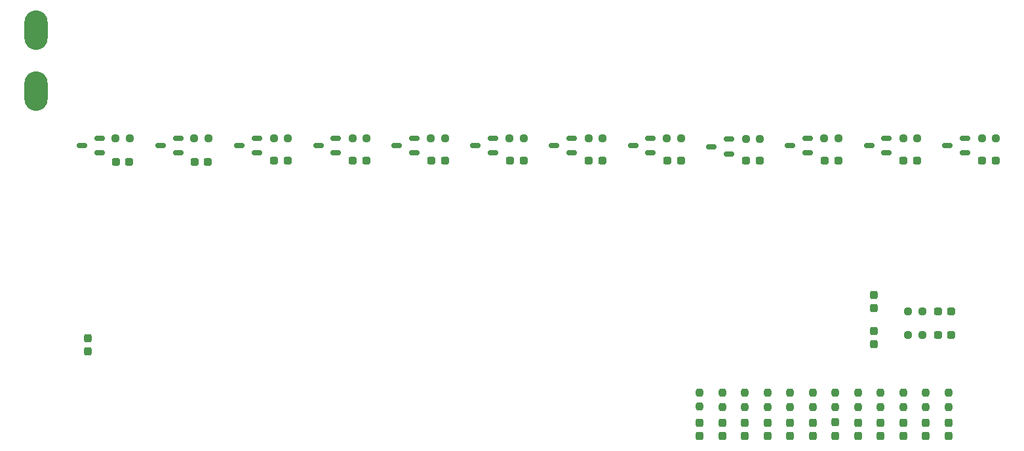
<source format=gtp>
%TF.GenerationSoftware,KiCad,Pcbnew,(6.0.10)*%
%TF.CreationDate,2023-04-22T01:27:36-05:00*%
%TF.ProjectId,Hardware_Rev1,48617264-7761-4726-955f-526576312e6b,rev?*%
%TF.SameCoordinates,Original*%
%TF.FileFunction,Paste,Top*%
%TF.FilePolarity,Positive*%
%FSLAX46Y46*%
G04 Gerber Fmt 4.6, Leading zero omitted, Abs format (unit mm)*
G04 Created by KiCad (PCBNEW (6.0.10)) date 2023-04-22 01:27:36*
%MOMM*%
%LPD*%
G01*
G04 APERTURE LIST*
G04 Aperture macros list*
%AMRoundRect*
0 Rectangle with rounded corners*
0 $1 Rounding radius*
0 $2 $3 $4 $5 $6 $7 $8 $9 X,Y pos of 4 corners*
0 Add a 4 corners polygon primitive as box body*
4,1,4,$2,$3,$4,$5,$6,$7,$8,$9,$2,$3,0*
0 Add four circle primitives for the rounded corners*
1,1,$1+$1,$2,$3*
1,1,$1+$1,$4,$5*
1,1,$1+$1,$6,$7*
1,1,$1+$1,$8,$9*
0 Add four rect primitives between the rounded corners*
20,1,$1+$1,$2,$3,$4,$5,0*
20,1,$1+$1,$4,$5,$6,$7,0*
20,1,$1+$1,$6,$7,$8,$9,0*
20,1,$1+$1,$8,$9,$2,$3,0*%
G04 Aperture macros list end*
%ADD10RoundRect,0.237500X0.237500X-0.250000X0.237500X0.250000X-0.237500X0.250000X-0.237500X-0.250000X0*%
%ADD11RoundRect,0.237500X0.237500X-0.287500X0.237500X0.287500X-0.237500X0.287500X-0.237500X-0.287500X0*%
%ADD12RoundRect,0.150000X0.512500X0.150000X-0.512500X0.150000X-0.512500X-0.150000X0.512500X-0.150000X0*%
%ADD13RoundRect,0.237500X-0.287500X-0.237500X0.287500X-0.237500X0.287500X0.237500X-0.287500X0.237500X0*%
%ADD14RoundRect,0.237500X0.250000X0.237500X-0.250000X0.237500X-0.250000X-0.237500X0.250000X-0.237500X0*%
%ADD15O,3.000000X5.100000*%
%ADD16RoundRect,0.237500X-0.237500X0.300000X-0.237500X-0.300000X0.237500X-0.300000X0.237500X0.300000X0*%
%ADD17RoundRect,0.237500X0.287500X0.237500X-0.287500X0.237500X-0.287500X-0.237500X0.287500X-0.237500X0*%
%ADD18RoundRect,0.237500X-0.250000X-0.237500X0.250000X-0.237500X0.250000X0.237500X-0.250000X0.237500X0*%
G04 APERTURE END LIST*
D10*
X206248000Y-109370500D03*
X206248000Y-107545500D03*
D11*
X206248000Y-113143000D03*
X206248000Y-111393000D03*
D12*
X102483500Y-76563500D03*
X102483500Y-74663500D03*
X100208500Y-75613500D03*
D10*
X182880000Y-109370500D03*
X182880000Y-107545500D03*
D11*
X194564000Y-113143000D03*
X194564000Y-111393000D03*
D12*
X132969000Y-76576000D03*
X132969000Y-74676000D03*
X130694000Y-75626000D03*
D13*
X135142000Y-77597000D03*
X136892000Y-77597000D03*
D14*
X167409500Y-74676000D03*
X165584500Y-74676000D03*
D11*
X203327000Y-113143000D03*
X203327000Y-111393000D03*
D13*
X155462000Y-77597000D03*
X157212000Y-77597000D03*
X175782000Y-77597000D03*
X177532000Y-77597000D03*
D11*
X197485000Y-113129000D03*
X197485000Y-111379000D03*
X188722000Y-113143000D03*
X188722000Y-111393000D03*
D15*
X94234000Y-60706000D03*
X94234000Y-68580000D03*
D12*
X173609000Y-76576000D03*
X173609000Y-74676000D03*
X171334000Y-75626000D03*
D16*
X100965000Y-100483500D03*
X100965000Y-102208500D03*
D13*
X196102000Y-77597000D03*
X197852000Y-77597000D03*
D14*
X106322500Y-74676000D03*
X104497500Y-74676000D03*
D13*
X124996000Y-77597000D03*
X126746000Y-77597000D03*
D12*
X163443500Y-76576000D03*
X163443500Y-74676000D03*
X161168500Y-75626000D03*
D14*
X126769500Y-74676000D03*
X124944500Y-74676000D03*
D10*
X188722000Y-109370500D03*
X188722000Y-107545500D03*
D14*
X187729500Y-74803000D03*
X185904500Y-74803000D03*
D17*
X212457000Y-100076000D03*
X210707000Y-100076000D03*
D14*
X218209500Y-74676000D03*
X216384500Y-74676000D03*
X208049500Y-74676000D03*
X206224500Y-74676000D03*
D17*
X212457000Y-97028000D03*
X210707000Y-97028000D03*
D10*
X179959000Y-109347000D03*
X179959000Y-107522000D03*
D14*
X116482500Y-74676000D03*
X114657500Y-74676000D03*
D10*
X194564000Y-109370500D03*
X194564000Y-107545500D03*
D14*
X177546000Y-74676000D03*
X175721000Y-74676000D03*
D13*
X185942000Y-77597000D03*
X187692000Y-77597000D03*
X114695000Y-77724000D03*
X116445000Y-77724000D03*
D12*
X112643500Y-76576000D03*
X112643500Y-74676000D03*
X110368500Y-75626000D03*
D10*
X203327000Y-109370500D03*
X203327000Y-107545500D03*
X197485000Y-109370500D03*
X197485000Y-107545500D03*
D11*
X209169000Y-113143000D03*
X209169000Y-111393000D03*
X179959000Y-113143000D03*
X179959000Y-111393000D03*
X185801000Y-113157000D03*
X185801000Y-111407000D03*
D12*
X214243500Y-76576000D03*
X214243500Y-74676000D03*
X211968500Y-75626000D03*
X122803500Y-76576000D03*
X122803500Y-74676000D03*
X120528500Y-75626000D03*
D10*
X200406000Y-109394000D03*
X200406000Y-107569000D03*
D11*
X182880000Y-113157000D03*
X182880000Y-111407000D03*
D18*
X206859500Y-100076000D03*
X208684500Y-100076000D03*
D11*
X212090000Y-113143000D03*
X212090000Y-111393000D03*
D18*
X206859500Y-97028000D03*
X208684500Y-97028000D03*
D11*
X191643000Y-113143000D03*
X191643000Y-111393000D03*
D12*
X143123500Y-76576000D03*
X143123500Y-74676000D03*
X140848500Y-75626000D03*
D13*
X145302000Y-77597000D03*
X147052000Y-77597000D03*
D12*
X183763500Y-76703000D03*
X183763500Y-74803000D03*
X181488500Y-75753000D03*
D14*
X157226000Y-74676000D03*
X155401000Y-74676000D03*
D12*
X193923500Y-76576000D03*
X193923500Y-74676000D03*
X191648500Y-75626000D03*
D16*
X202438000Y-94895500D03*
X202438000Y-96620500D03*
D10*
X185801000Y-109370500D03*
X185801000Y-107545500D03*
D14*
X197866000Y-74676000D03*
X196041000Y-74676000D03*
D10*
X212090000Y-109370500D03*
X212090000Y-107545500D03*
X209169000Y-109370500D03*
X209169000Y-107545500D03*
D13*
X104535000Y-77724000D03*
X106285000Y-77724000D03*
D12*
X153283500Y-76576000D03*
X153283500Y-74676000D03*
X151008500Y-75626000D03*
D13*
X206262000Y-77597000D03*
X208012000Y-77597000D03*
D10*
X191643000Y-109370500D03*
X191643000Y-107545500D03*
D11*
X200406000Y-113143000D03*
X200406000Y-111393000D03*
D16*
X202438000Y-99568000D03*
X202438000Y-101293000D03*
D14*
X147066000Y-74676000D03*
X145241000Y-74676000D03*
X136929500Y-74676000D03*
X135104500Y-74676000D03*
D13*
X216422000Y-77597000D03*
X218172000Y-77597000D03*
D12*
X204089000Y-76576000D03*
X204089000Y-74676000D03*
X201814000Y-75626000D03*
D13*
X165622000Y-77597000D03*
X167372000Y-77597000D03*
M02*

</source>
